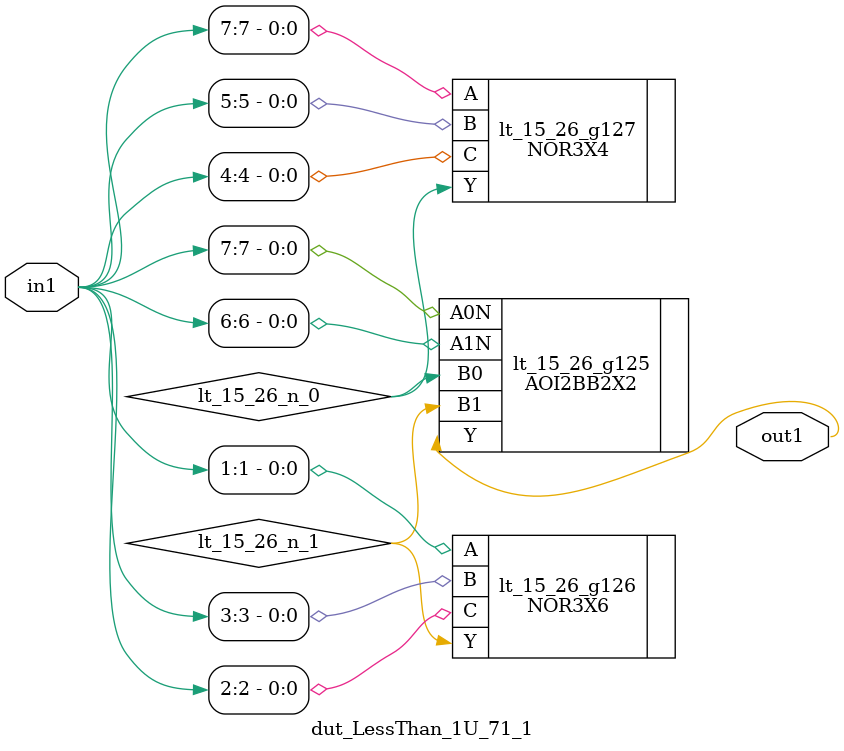
<source format=v>
`timescale 1ps / 1ps


module dut_LessThan_1U_71_1(in1, out1);
  input [7:0] in1;
  output out1;
  wire [7:0] in1;
  wire out1;
  wire lt_15_26_n_0, lt_15_26_n_1;
  AOI2BB2X2 lt_15_26_g125(.A0N (in1[7]), .A1N (in1[6]), .B0
       (lt_15_26_n_0), .B1 (lt_15_26_n_1), .Y (out1));
  NOR3X6 lt_15_26_g126(.A (in1[1]), .B (in1[3]), .C (in1[2]), .Y
       (lt_15_26_n_1));
  NOR3X4 lt_15_26_g127(.A (in1[7]), .B (in1[5]), .C (in1[4]), .Y
       (lt_15_26_n_0));
endmodule



</source>
